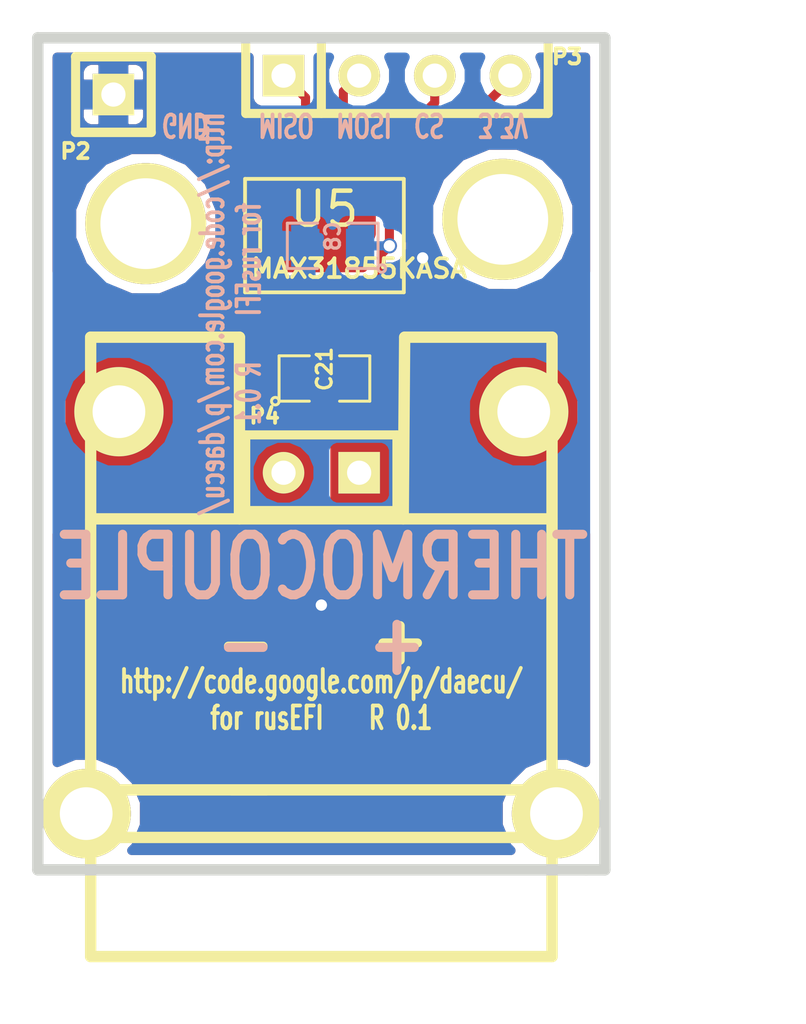
<source format=kicad_pcb>
(kicad_pcb (version 3) (host pcbnew "(2013-07-07 BZR 4022)-stable")

  (general
    (links 17)
    (no_connects 0)
    (area 93.7768 56.5658 124.877288 94.6912)
    (thickness 1.6002)
    (drawings 15)
    (tracks 44)
    (zones 0)
    (modules 9)
    (nets 8)
  )

  (page A4)
  (layers
    (15 Front signal)
    (0 Back signal)
    (16 B.Adhes user)
    (17 F.Adhes user)
    (18 B.Paste user)
    (19 F.Paste user)
    (20 B.SilkS user)
    (21 F.SilkS user)
    (22 B.Mask user)
    (23 F.Mask user)
    (24 Dwgs.User user)
    (25 Cmts.User user)
    (26 Eco1.User user)
    (27 Eco2.User user)
    (28 Edge.Cuts user)
  )

  (setup
    (last_trace_width 0.3048)
    (user_trace_width 0.381)
    (user_trace_width 0.508)
    (user_trace_width 0.635)
    (user_trace_width 1.016)
    (trace_clearance 0.3048)
    (zone_clearance 0.3048)
    (zone_45_only no)
    (trace_min 0.00762)
    (segment_width 0.381)
    (edge_width 0.381)
    (via_size 0.508)
    (via_drill 0.381)
    (via_min_size 0.02032)
    (via_min_drill 0.381)
    (user_via 1.00076 0.89916)
    (uvia_size 0.508)
    (uvia_drill 0.127)
    (uvias_allowed no)
    (uvia_min_size 0.02032)
    (uvia_min_drill 0.127)
    (pcb_text_width 0.3048)
    (pcb_text_size 1.524 2.032)
    (mod_edge_width 0.254)
    (mod_text_size 1.524 1.524)
    (mod_text_width 0.3048)
    (pad_size 0.635 1.143)
    (pad_drill 0)
    (pad_to_mask_clearance 0.254)
    (aux_axis_origin 0 0)
    (visible_elements 7FFFFF3F)
    (pcbplotparams
      (layerselection 284983297)
      (usegerberextensions true)
      (excludeedgelayer true)
      (linewidth 0.150000)
      (plotframeref false)
      (viasonmask false)
      (mode 1)
      (useauxorigin false)
      (hpglpennumber 1)
      (hpglpenspeed 20)
      (hpglpendiameter 15)
      (hpglpenoverlay 0)
      (psnegative false)
      (psa4output false)
      (plotreference true)
      (plotvalue false)
      (plotothertext false)
      (plotinvisibletext false)
      (padsonsilk false)
      (subtractmaskfromsilk false)
      (outputformat 1)
      (mirror false)
      (drillshape 0)
      (scaleselection 1)
      (outputdirectory thermocouple_gerbers))
  )

  (net 0 "")
  (net 1 //CS)
  (net 2 /MISO)
  (net 3 /SCK)
  (net 4 /TCPL+)
  (net 5 /TCPL-)
  (net 6 3.3v)
  (net 7 GND)

  (net_class Default "This is the default net class."
    (clearance 0.3048)
    (trace_width 0.3048)
    (via_dia 0.508)
    (via_drill 0.381)
    (uvia_dia 0.508)
    (uvia_drill 0.127)
    (add_net "")
    (add_net //CS)
    (add_net /MISO)
    (add_net /SCK)
    (add_net /TCPL+)
    (add_net /TCPL-)
    (add_net 3.3v)
    (add_net GND)
  )

  (module 1pin (layer Front) (tedit 4F629911) (tstamp 4F628E0D)
    (at 98.87712 65.29578)
    (descr "module 1 pin (ou trou mecanique de percage)")
    (tags DEV)
    (path /4F629521)
    (fp_text reference V802 (at 0 -3.048) (layer F.SilkS) hide
      (effects (font (size 1.016 1.016) (thickness 0.254)))
    )
    (fp_text value VIA (at 0 2.794) (layer F.SilkS) hide
      (effects (font (size 1.016 1.016) (thickness 0.254)))
    )
    (pad 1 thru_hole circle (at 0 0) (size 4.064 4.064) (drill 3.048)
      (layers *.Cu *.Mask F.SilkS)
    )
  )

  (module 1pin (layer Front) (tedit 4F629903) (tstamp 4F6280CB)
    (at 110.871 65.151)
    (descr "module 1 pin (ou trou mecanique de percage)")
    (tags DEV)
    (path /4F627FCA)
    (fp_text reference V801 (at 0 -3.048) (layer F.SilkS) hide
      (effects (font (size 1.016 1.016) (thickness 0.254)))
    )
    (fp_text value VIA (at 0 2.794) (layer F.SilkS) hide
      (effects (font (size 1.016 1.016) (thickness 0.254)))
    )
    (pad 1 thru_hole circle (at 0 0) (size 4.064 4.064) (drill 3.048)
      (layers *.Cu *.Mask F.SilkS)
    )
  )

  (module SO8E (layer Front) (tedit 4F661D77) (tstamp 4E47F42B)
    (at 104.87914 65.6971)
    (descr "module CMS SOJ 8 pins etroit")
    (tags "CMS SOJ")
    (path /4E13FF86)
    (attr smd)
    (fp_text reference U5 (at 0 -0.889) (layer F.SilkS)
      (effects (font (size 1.143 1.143) (thickness 0.1524)))
    )
    (fp_text value MAX31855KASA (at 1.16586 1.1049) (layer F.SilkS)
      (effects (font (size 0.635 0.635) (thickness 0.127)))
    )
    (fp_line (start -2.667 1.778) (end -2.667 1.905) (layer F.SilkS) (width 0.127))
    (fp_line (start -2.667 1.905) (end 2.667 1.905) (layer F.SilkS) (width 0.127))
    (fp_line (start 2.667 -1.905) (end -2.667 -1.905) (layer F.SilkS) (width 0.127))
    (fp_line (start -2.667 -1.905) (end -2.667 1.778) (layer F.SilkS) (width 0.127))
    (fp_line (start -2.667 -0.508) (end -2.159 -0.508) (layer F.SilkS) (width 0.127))
    (fp_line (start -2.159 -0.508) (end -2.159 0.508) (layer F.SilkS) (width 0.127))
    (fp_line (start -2.159 0.508) (end -2.667 0.508) (layer F.SilkS) (width 0.127))
    (fp_line (start 2.667 -1.905) (end 2.667 1.905) (layer F.SilkS) (width 0.127))
    (pad 8 smd rect (at -1.905 -2.667) (size 0.508 1.143)
      (layers Front F.Paste F.Mask)
    )
    (pad 1 smd rect (at -1.905 2.667) (size 0.508 1.143)
      (layers Front F.Paste F.Mask)
      (net 7 GND)
    )
    (pad 7 smd rect (at -0.635 -2.667) (size 0.508 1.143)
      (layers Front F.Paste F.Mask)
      (net 2 /MISO)
    )
    (pad 6 smd rect (at 0.635 -2.667) (size 0.508 1.143)
      (layers Front F.Paste F.Mask)
      (net 1 //CS)
    )
    (pad 5 smd rect (at 1.905 -2.667) (size 0.508 1.143)
      (layers Front F.Paste F.Mask)
      (net 3 /SCK)
    )
    (pad 2 smd rect (at -0.635 2.667) (size 0.508 1.143)
      (layers Front F.Paste F.Mask)
      (net 5 /TCPL-)
    )
    (pad 3 smd rect (at 0.635 2.667) (size 0.508 1.143)
      (layers Front F.Paste F.Mask)
      (net 4 /TCPL+)
    )
    (pad 4 smd rect (at 1.905 2.667) (size 0.508 1.143)
      (layers Front F.Paste F.Mask)
      (net 6 3.3v)
    )
    (model 3D/so-8.wrl
      (at (xyz 0 0 0))
      (scale (xyz 1 1 1))
      (rotate (xyz 0 0 0))
    )
  )

  (module tcpl_PCC-SMP (layer Front) (tedit 535A1C3C) (tstamp 535A19ED)
    (at 104.775 78.359 270)
    (path /535A15DB)
    (fp_text reference P1 (at -1.778 9.779 270) (layer F.SilkS) hide
      (effects (font (size 1.524 1.524) (thickness 0.3048)))
    )
    (fp_text value CONN_2 (at -1.5748 4.699 360) (layer F.SilkS) hide
      (effects (font (size 1.524 1.524) (thickness 0.3048)))
    )
    (fp_text user - (at 1.016 2.54 360) (layer F.SilkS)
      (effects (font (size 1.524 1.524) (thickness 0.3048)))
    )
    (fp_text user + (at 1.016 -2.54 270) (layer F.SilkS)
      (effects (font (size 1.524 1.524) (thickness 0.3048)))
    )
    (fp_line (start -3.0988 7.74954) (end -9.25068 7.74954) (layer F.SilkS) (width 0.381))
    (fp_line (start -9.25068 7.74954) (end -9.25068 2.75082) (layer F.SilkS) (width 0.381))
    (fp_line (start -9.25068 2.75082) (end -3.1496 2.75082) (layer F.SilkS) (width 0.381))
    (fp_line (start -3.1496 -2.75082) (end -9.25068 -2.79908) (layer F.SilkS) (width 0.381))
    (fp_line (start -9.25068 -2.79908) (end -9.25068 -7.74954) (layer F.SilkS) (width 0.381))
    (fp_line (start -9.25068 -7.74954) (end -3.1496 -7.74954) (layer F.SilkS) (width 0.381))
    (fp_line (start 5.95122 7.74954) (end 5.95122 -7.74954) (layer F.SilkS) (width 0.381))
    (fp_line (start 7.54888 -7.74954) (end 7.54888 7.74954) (layer F.SilkS) (width 0.381))
    (fp_line (start -3.1496 -7.74954) (end 11.54938 -7.74954) (layer F.SilkS) (width 0.381))
    (fp_line (start -3.1496 7.74954) (end -3.1496 -7.74954) (layer F.SilkS) (width 0.381))
    (fp_line (start 11.54938 7.74954) (end -3.1496 7.74954) (layer F.SilkS) (width 0.381))
    (fp_line (start 11.54938 -7.74954) (end 11.54938 7.74954) (layer F.SilkS) (width 0.381))
    (pad M thru_hole circle (at 6.74878 -7.8994 270) (size 2.99974 2.99974) (drill 1.77038)
      (layers *.Cu *.Mask F.SilkS)
    )
    (pad M thru_hole circle (at 6.74878 7.8994 270) (size 2.99974 2.99974) (drill 1.77038)
      (layers *.Cu *.Mask F.SilkS)
    )
    (pad 2 thru_hole circle (at -6.74878 -6.79958 270) (size 2.99974 2.99974) (drill 1.77038)
      (layers *.Cu *.Mask F.SilkS)
      (net 4 /TCPL+)
    )
    (pad 1 thru_hole circle (at -6.74878 6.79958 270) (size 2.99974 2.99974) (drill 1.77038)
      (layers *.Cu *.Mask F.SilkS)
      (net 5 /TCPL-)
    )
    (model 3D/TCPL_CONNECTOR_PCC-SMP.wrl
      (at (xyz 0.46 0.315 -0.17))
      (scale (xyz 10 10 10))
      (rotate (xyz 0 0 180))
    )
  )

  (module SIL-4 (layer Front) (tedit 535A1D77) (tstamp 4F67B26C)
    (at 107.315 60.325)
    (descr "Connecteur 4 pibs")
    (tags "CONN DEV")
    (path /535A166C)
    (fp_text reference P3 (at 5.715 -0.635) (layer F.SilkS)
      (effects (font (size 0.508 0.508) (thickness 0.127)))
    )
    (fp_text value CONN_4 (at 0 -2.54) (layer F.SilkS) hide
      (effects (font (size 1.524 1.016) (thickness 0.3048)))
    )
    (fp_line (start -5.08 -1.27) (end -5.08 -1.27) (layer F.SilkS) (width 0.3048))
    (fp_line (start -5.08 1.27) (end -5.08 -1.27) (layer F.SilkS) (width 0.3048))
    (fp_line (start -5.08 -1.27) (end -5.08 -1.27) (layer F.SilkS) (width 0.3048))
    (fp_line (start -5.08 -1.27) (end 5.08 -1.27) (layer F.SilkS) (width 0.3048))
    (fp_line (start 5.08 -1.27) (end 5.08 1.27) (layer F.SilkS) (width 0.3048))
    (fp_line (start 5.08 1.27) (end -5.08 1.27) (layer F.SilkS) (width 0.3048))
    (fp_line (start -2.54 1.27) (end -2.54 -1.27) (layer F.SilkS) (width 0.3048))
    (pad 1 thru_hole rect (at -3.81 0) (size 1.397 1.397) (drill 0.8128)
      (layers *.Cu *.Mask F.SilkS)
      (net 2 /MISO)
    )
    (pad 2 thru_hole circle (at -1.27 0) (size 1.397 1.397) (drill 0.8128)
      (layers *.Cu *.Mask F.SilkS)
      (net 1 //CS)
    )
    (pad 3 thru_hole circle (at 1.27 0) (size 1.397 1.397) (drill 0.8128)
      (layers *.Cu *.Mask F.SilkS)
      (net 3 /SCK)
    )
    (pad 4 thru_hole circle (at 3.81 0) (size 1.397 1.397) (drill 0.8128)
      (layers *.Cu *.Mask F.SilkS)
      (net 6 3.3v)
    )
  )

  (module SIL-1 (layer Front) (tedit 535A1D7C) (tstamp 4F5CF533)
    (at 97.79 60.96 180)
    (descr "Connecteurs 1 pin")
    (tags "CONN DEV")
    (path /535A1737)
    (fp_text reference P2 (at 1.27 -1.905 180) (layer F.SilkS)
      (effects (font (size 0.508 0.508) (thickness 0.127)))
    )
    (fp_text value CONN_1 (at 0 -2.54 180) (layer F.SilkS) hide
      (effects (font (size 1.524 1.016) (thickness 0.254)))
    )
    (fp_line (start -1.27 1.27) (end 1.27 1.27) (layer F.SilkS) (width 0.3175))
    (fp_line (start -1.27 -1.27) (end 1.27 -1.27) (layer F.SilkS) (width 0.3175))
    (fp_line (start -1.27 1.27) (end -1.27 -1.27) (layer F.SilkS) (width 0.3048))
    (fp_line (start 1.27 -1.27) (end 1.27 1.27) (layer F.SilkS) (width 0.3048))
    (pad 1 thru_hole rect (at 0 0 180) (size 1.397 1.397) (drill 0.8128)
      (layers *.Cu *.Mask F.SilkS)
      (net 7 GND)
    )
  )

  (module SIL-2 (layer Front) (tedit 535A1CFD) (tstamp 535A1BB9)
    (at 104.775 73.66 180)
    (descr "Connecteurs 2 pins")
    (tags "CONN DEV")
    (path /535A1B1D)
    (fp_text reference P4 (at 1.905 1.905 180) (layer F.SilkS)
      (effects (font (size 0.508 0.508) (thickness 0.127)))
    )
    (fp_text value CONN_2 (at 0 -2.54 180) (layer F.SilkS) hide
      (effects (font (size 1.524 1.016) (thickness 0.3048)))
    )
    (fp_line (start -2.54 1.27) (end -2.54 -1.27) (layer F.SilkS) (width 0.3048))
    (fp_line (start -2.54 -1.27) (end 2.54 -1.27) (layer F.SilkS) (width 0.3048))
    (fp_line (start 2.54 -1.27) (end 2.54 1.27) (layer F.SilkS) (width 0.3048))
    (fp_line (start 2.54 1.27) (end -2.54 1.27) (layer F.SilkS) (width 0.3048))
    (pad 1 thru_hole rect (at -1.27 0 180) (size 1.397 1.397) (drill 0.8128)
      (layers *.Cu *.Mask F.SilkS)
      (net 4 /TCPL+)
    )
    (pad 2 thru_hole circle (at 1.27 0 180) (size 1.397 1.397) (drill 0.8128)
      (layers *.Cu *.Mask F.SilkS)
      (net 5 /TCPL-)
    )
  )

  (module SM0805-SM0603 (layer Back) (tedit 5385AAA6) (tstamp 4E47F455)
    (at 105.156 66.04 180)
    (path /4E13FFE2)
    (attr smd)
    (fp_text reference C8 (at 0 0.3175 450) (layer B.SilkS)
      (effects (font (size 0.50038 0.50038) (thickness 0.10922)) (justify mirror))
    )
    (fp_text value 100nF (at 0 -0.381 180) (layer B.SilkS) hide
      (effects (font (size 0.50038 0.50038) (thickness 0.10922)) (justify mirror))
    )
    (fp_circle (center -1.651 -0.762) (end -1.651 -0.635) (layer B.SilkS) (width 0.09906))
    (fp_line (start -0.508 -0.762) (end -1.524 -0.762) (layer B.SilkS) (width 0.09906))
    (fp_line (start -1.524 -0.762) (end -1.524 0.762) (layer B.SilkS) (width 0.09906))
    (fp_line (start -1.524 0.762) (end -0.508 0.762) (layer B.SilkS) (width 0.09906))
    (fp_line (start 0.508 0.762) (end 1.524 0.762) (layer B.SilkS) (width 0.09906))
    (fp_line (start 1.524 0.762) (end 1.524 -0.762) (layer B.SilkS) (width 0.09906))
    (fp_line (start 1.524 -0.762) (end 0.508 -0.762) (layer B.SilkS) (width 0.09906))
    (pad 1 smd rect (at -0.9525 0 180) (size 0.889 1.397)
      (layers Back B.Paste B.Mask)
      (net 6 3.3v)
    )
    (pad 2 smd rect (at 0.9525 0 180) (size 0.889 1.397)
      (layers Back B.Paste B.Mask)
      (net 7 GND)
    )
    (pad 1 smd rect (at -0.762 0 180) (size 0.635 1.143)
      (layers Back B.Paste B.Mask)
      (net 6 3.3v)
    )
    (pad 2 smd rect (at 0.762 0 180) (size 0.635 1.143)
      (layers Back B.Paste B.Mask)
      (net 7 GND)
    )
    (model smd/chip_cms.wrl
      (at (xyz 0 0 0))
      (scale (xyz 0.1 0.1 0.1))
      (rotate (xyz 0 0 0))
    )
  )

  (module SM0805-SM0603 (layer Front) (tedit 5385AAA6) (tstamp 4E4C6BB1)
    (at 104.87914 70.49516)
    (path /4E4C6B54)
    (attr smd)
    (fp_text reference C21 (at 0 -0.3175 90) (layer F.SilkS)
      (effects (font (size 0.50038 0.50038) (thickness 0.10922)))
    )
    (fp_text value 10nF (at 0 0.381) (layer F.SilkS) hide
      (effects (font (size 0.50038 0.50038) (thickness 0.10922)))
    )
    (fp_circle (center -1.651 0.762) (end -1.651 0.635) (layer F.SilkS) (width 0.09906))
    (fp_line (start -0.508 0.762) (end -1.524 0.762) (layer F.SilkS) (width 0.09906))
    (fp_line (start -1.524 0.762) (end -1.524 -0.762) (layer F.SilkS) (width 0.09906))
    (fp_line (start -1.524 -0.762) (end -0.508 -0.762) (layer F.SilkS) (width 0.09906))
    (fp_line (start 0.508 -0.762) (end 1.524 -0.762) (layer F.SilkS) (width 0.09906))
    (fp_line (start 1.524 -0.762) (end 1.524 0.762) (layer F.SilkS) (width 0.09906))
    (fp_line (start 1.524 0.762) (end 0.508 0.762) (layer F.SilkS) (width 0.09906))
    (pad 1 smd rect (at -0.9525 0) (size 0.889 1.397)
      (layers Front F.Paste F.Mask)
      (net 5 /TCPL-)
    )
    (pad 2 smd rect (at 0.9525 0) (size 0.889 1.397)
      (layers Front F.Paste F.Mask)
      (net 4 /TCPL+)
    )
    (pad 1 smd rect (at -0.762 0) (size 0.635 1.143)
      (layers Front F.Paste F.Mask)
      (net 5 /TCPL-)
    )
    (pad 2 smd rect (at 0.762 0) (size 0.635 1.143)
      (layers Front F.Paste F.Mask)
      (net 4 /TCPL+)
    )
    (model smd/chip_cms.wrl
      (at (xyz 0 0 0))
      (scale (xyz 0.1 0.1 0.1))
      (rotate (xyz 0 0 0))
    )
  )

  (gr_text "http://code.google.com/p/daecu/\nfor rusEFI    R 0.1" (at 104.775 81.28) (layer F.SilkS)
    (effects (font (size 0.762 0.508) (thickness 0.127)))
  )
  (gr_text "http://code.google.com/p/daecu/\nfor rusEFI    R 0.1" (at 101.727 68.326 90) (layer B.SilkS)
    (effects (font (size 0.762 0.508) (thickness 0.127)) (justify mirror))
  )
  (gr_text "MISO  MOSI  CS   3.3V" (at 107.188 61.976 180) (layer B.SilkS)
    (effects (font (size 0.762 0.508) (thickness 0.127)) (justify mirror))
  )
  (gr_text GND (at 100.203 61.976 180) (layer B.SilkS)
    (effects (font (size 0.762 0.508) (thickness 0.127)) (justify mirror))
  )
  (dimension 19.05 (width 0.3048) (layer Cmts.User)
    (gr_text "0.7500 in" (at 104.775 93.065599) (layer Cmts.User)
      (effects (font (size 2.032 1.524) (thickness 0.3048)))
    )
    (feature1 (pts (xy 114.3 88.9) (xy 114.3 94.691199)))
    (feature2 (pts (xy 95.25 88.9) (xy 95.25 94.691199)))
    (crossbar (pts (xy 95.25 91.439999) (xy 114.3 91.439999)))
    (arrow1a (pts (xy 114.3 91.439999) (xy 113.173497 92.026419)))
    (arrow1b (pts (xy 114.3 91.439999) (xy 113.173497 90.853579)))
    (arrow2a (pts (xy 95.25 91.439999) (xy 96.376503 92.026419)))
    (arrow2b (pts (xy 95.25 91.439999) (xy 96.376503 90.853579)))
  )
  (dimension 27.94 (width 0.3048) (layer Cmts.User)
    (gr_text "1.1000 in" (at 119.1006 73.025 90) (layer Cmts.User)
      (effects (font (size 2.032 1.524) (thickness 0.3048)))
    )
    (feature1 (pts (xy 116.205 59.055) (xy 120.7262 59.055)))
    (feature2 (pts (xy 116.205 86.995) (xy 120.7262 86.995)))
    (crossbar (pts (xy 117.475 86.995) (xy 117.475 59.055)))
    (arrow1a (pts (xy 117.475 59.055) (xy 118.06142 60.181503)))
    (arrow1b (pts (xy 117.475 59.055) (xy 116.88858 60.181503)))
    (arrow2a (pts (xy 117.475 86.995) (xy 118.06142 85.868497)))
    (arrow2b (pts (xy 117.475 86.995) (xy 116.88858 85.868497)))
  )
  (gr_line (start 114.3 86.995) (end 113.665 86.995) (angle 90) (layer Edge.Cuts) (width 0.381))
  (gr_line (start 114.3 59.055) (end 114.3 86.995) (angle 90) (layer Edge.Cuts) (width 0.381))
  (gr_line (start 95.25 59.055) (end 114.3 59.055) (angle 90) (layer Edge.Cuts) (width 0.381))
  (gr_line (start 95.25 86.995) (end 95.25 59.055) (angle 90) (layer Edge.Cuts) (width 0.381))
  (gr_line (start 113.665 86.995) (end 95.25 86.995) (angle 90) (layer Edge.Cuts) (width 0.381))
  (gr_text + (at 107.315 79.375) (layer B.SilkS)
    (effects (font (size 2.032 1.524) (thickness 0.3048)))
  )
  (gr_text - (at 102.235 79.375) (layer B.SilkS)
    (effects (font (size 2.032 1.524) (thickness 0.3048)))
  )
  (gr_text THERMOCOUPLE (at 104.775 76.835) (layer B.SilkS)
    (effects (font (size 2.032 1.524) (thickness 0.3048)) (justify mirror))
  )
  (gr_text - (at 102.34422 84.19592) (layer F.SilkS)
    (effects (font (size 2.032 1.524) (thickness 0.3048)))
  )

  (segment (start 105.51414 63.0301) (end 105.51414 60.85586) (width 0.3048) (layer Front) (net 1))
  (segment (start 105.51414 60.85586) (end 106.045 60.325) (width 0.3048) (layer Front) (net 1) (tstamp 535A1F73))
  (segment (start 104.24414 63.0301) (end 104.24414 61.06414) (width 0.3048) (layer Front) (net 2))
  (segment (start 104.24414 61.06414) (end 103.505 60.325) (width 0.3048) (layer Front) (net 2) (tstamp 535A1F6E))
  (segment (start 104.24414 62.63386) (end 104.24414 63.0301) (width 0.2032) (layer Front) (net 2))
  (segment (start 108.585 60.325) (end 108.585 61.22924) (width 0.3048) (layer Front) (net 3))
  (segment (start 108.585 61.22924) (end 106.78414 63.0301) (width 0.3048) (layer Front) (net 3) (tstamp 535A1F78))
  (segment (start 105.51414 68.3641) (end 105.51414 73.12914) (width 0.2032) (layer Front) (net 4))
  (segment (start 105.51414 73.12914) (end 106.045 73.66) (width 0.2032) (layer Front) (net 4) (tstamp 535A1D16))
  (segment (start 105.51414 68.3641) (end 105.51414 70.36816) (width 0.508) (layer Front) (net 4))
  (segment (start 105.51414 70.36816) (end 105.64114 70.49516) (width 0.508) (layer Front) (net 4))
  (segment (start 105.64114 70.49516) (end 110.45952 70.49516) (width 0.508) (layer Front) (net 4))
  (segment (start 110.45952 70.49516) (end 111.57458 71.61022) (width 0.508) (layer Front) (net 4))
  (segment (start 99.09048 70.49516) (end 97.97542 71.61022) (width 0.508) (layer Front) (net 5))
  (segment (start 104.11714 70.49516) (end 99.09048 70.49516) (width 0.508) (layer Front) (net 5))
  (segment (start 104.24414 70.36816) (end 104.11714 70.49516) (width 0.508) (layer Front) (net 5))
  (segment (start 104.24414 68.3641) (end 104.24414 70.36816) (width 0.508) (layer Front) (net 5))
  (segment (start 104.24414 68.3641) (end 104.24414 72.92086) (width 0.2032) (layer Front) (net 5))
  (segment (start 104.24414 72.92086) (end 103.505 73.66) (width 0.2032) (layer Front) (net 5) (tstamp 535A1D0E))
  (segment (start 106.1085 66.04) (end 107.061 66.04) (width 0.3048) (layer Back) (net 6))
  (via (at 107.061 66.04) (size 0.508) (layers Front Back) (net 6))
  (segment (start 107.061 66.04) (end 107.061 64.516) (width 0.3048) (layer Front) (net 6))
  (segment (start 111.125 60.452) (end 111.125 60.325) (width 0.3048) (layer Front) (net 6) (tstamp 535A2433))
  (segment (start 107.061 64.516) (end 111.125 60.452) (width 0.3048) (layer Front) (net 6) (tstamp 535A2425))
  (segment (start 106.78414 68.3641) (end 106.78414 66.31686) (width 0.3048) (layer Front) (net 6))
  (segment (start 106.78414 66.31686) (end 107.061 66.04) (width 0.3048) (layer Front) (net 6) (tstamp 535A20D0))
  (segment (start 107.3658 64.9224) (end 107.3404 64.9224) (width 0.3048) (layer Back) (net 7))
  (segment (start 107.3658 64.9224) (end 108.1786 65.7352) (width 0.3048) (layer Back) (net 7) (tstamp 535A240D))
  (segment (start 108.1786 65.7352) (end 108.1786 66.4464) (width 0.3048) (layer Back) (net 7) (tstamp 535A2411))
  (via (at 108.1786 66.4464) (size 0.508) (layers Front Back) (net 7))
  (segment (start 108.1024 66.3702) (end 108.1786 66.4464) (width 0.3048) (layer Front) (net 7) (tstamp 535A241A))
  (segment (start 104.2035 65.2145) (end 104.2035 66.04) (width 0.3048) (layer Back) (net 7) (tstamp 53863438))
  (segment (start 104.648 64.77) (end 104.2035 65.2145) (width 0.3048) (layer Back) (net 7) (tstamp 53863437))
  (segment (start 107.188 64.77) (end 104.648 64.77) (width 0.3048) (layer Back) (net 7) (tstamp 53863436))
  (segment (start 107.3404 64.9224) (end 107.188 64.77) (width 0.3048) (layer Back) (net 7) (tstamp 53863435))
  (segment (start 104.2035 66.04) (end 104.2035 69.1515) (width 0.3048) (layer Back) (net 7))
  (via (at 104.775 78.105) (size 0.508) (layers Front Back) (net 7))
  (segment (start 102.87 78.105) (end 104.775 78.105) (width 0.3048) (layer Back) (net 7) (tstamp 535A2577))
  (segment (start 100.965 76.2) (end 102.87 78.105) (width 0.3048) (layer Back) (net 7) (tstamp 535A2575))
  (segment (start 100.965 72.39) (end 100.965 76.2) (width 0.3048) (layer Back) (net 7) (tstamp 535A2571))
  (segment (start 104.2035 69.1515) (end 100.965 72.39) (width 0.3048) (layer Back) (net 7) (tstamp 53863432))
  (segment (start 102.97414 68.3641) (end 102.97414 65.12814) (width 0.3048) (layer Front) (net 7))
  (segment (start 98.806 60.96) (end 97.79 60.96) (width 0.3048) (layer Front) (net 7) (tstamp 535A20DA))
  (segment (start 102.97414 65.12814) (end 98.806 60.96) (width 0.3048) (layer Front) (net 7) (tstamp 535A20D6))

  (zone (net 4) (net_name /TCPL+) (layer Front) (tstamp 535A2568) (hatch edge 0.508)
    (connect_pads yes (clearance 0.2032))
    (min_thickness 0.254)
    (fill (arc_segments 16) (thermal_gap 0.508) (thermal_bridge_width 0.508) (smoothing fillet) (radius 0.508))
    (polygon
      (pts
        (xy 113.37798 75.29576) (xy 113.37798 67.39636) (xy 105.07726 67.39636) (xy 105.07726 75.29576)
      )
    )
    (filled_polygon
      (pts
        (xy 113.25098 74.775252) (xy 113.21968 74.93261) (xy 113.137628 75.055408) (xy 113.01483 75.13746) (xy 112.857472 75.16876)
        (xy 105.597768 75.16876) (xy 105.44041 75.13746) (xy 105.317612 75.055408) (xy 105.23556 74.93261) (xy 105.20426 74.775252)
        (xy 105.20426 67.916868) (xy 105.23556 67.75951) (xy 105.317612 67.636712) (xy 105.44041 67.55466) (xy 105.597768 67.52336)
        (xy 106.18866 67.52336) (xy 106.164292 67.547686) (xy 106.098416 67.706333) (xy 106.098266 67.878113) (xy 106.098266 69.021113)
        (xy 106.163865 69.179875) (xy 106.285226 69.301448) (xy 106.443873 69.367324) (xy 106.615653 69.367474) (xy 107.123653 69.367474)
        (xy 107.282415 69.301875) (xy 107.403988 69.180514) (xy 107.469864 69.021867) (xy 107.470014 68.850087) (xy 107.470014 67.707087)
        (xy 107.404415 67.548325) (xy 107.379493 67.52336) (xy 110.159591 67.52336) (xy 110.37877 67.614371) (xy 111.35893 67.615226)
        (xy 111.581262 67.52336) (xy 112.857472 67.52336) (xy 113.01483 67.55466) (xy 113.137628 67.636712) (xy 113.21968 67.75951)
        (xy 113.25098 67.916868) (xy 113.25098 74.775252)
      )
    )
  )
  (zone (net 5) (net_name /TCPL-) (layer Front) (tstamp 535A2567) (hatch edge 0.508)
    (connect_pads yes (clearance 0.2032))
    (min_thickness 0.254)
    (fill (arc_segments 16) (thermal_gap 0.508) (thermal_bridge_width 0.508) (smoothing fillet) (radius 0.508))
    (polygon
      (pts
        (xy 104.67848 75.29576) (xy 104.67848 67.39636) (xy 96.1771 67.39636) (xy 96.1771 75.29576)
      )
    )
    (filled_polygon
      (pts
        (xy 104.55148 74.775252) (xy 104.52018 74.93261) (xy 104.438128 75.055408) (xy 104.31533 75.13746) (xy 104.157972 75.16876)
        (xy 96.697608 75.16876) (xy 96.54025 75.13746) (xy 96.417452 75.055408) (xy 96.3354 74.93261) (xy 96.3041 74.775252)
        (xy 96.3041 67.916868) (xy 96.3354 67.75951) (xy 96.417452 67.636712) (xy 96.54025 67.55466) (xy 96.697608 67.52336)
        (xy 97.817043 67.52336) (xy 98.38489 67.759151) (xy 99.36505 67.760006) (xy 99.937776 67.52336) (xy 102.37866 67.52336)
        (xy 102.354292 67.547686) (xy 102.288416 67.706333) (xy 102.288266 67.878113) (xy 102.288266 69.021113) (xy 102.353865 69.179875)
        (xy 102.475226 69.301448) (xy 102.633873 69.367324) (xy 102.805653 69.367474) (xy 103.313653 69.367474) (xy 103.472415 69.301875)
        (xy 103.593988 69.180514) (xy 103.659864 69.021867) (xy 103.660014 68.850087) (xy 103.660014 67.707087) (xy 103.594415 67.548325)
        (xy 103.569493 67.52336) (xy 104.157972 67.52336) (xy 104.31533 67.55466) (xy 104.438128 67.636712) (xy 104.52018 67.75951)
        (xy 104.55148 67.916868) (xy 104.55148 74.775252)
      )
    )
  )
  (zone (net 7) (net_name GND) (layer Back) (tstamp 535A2566) (hatch edge 0.508)
    (connect_pads (clearance 0.3048))
    (min_thickness 0.3048)
    (fill (arc_segments 16) (thermal_gap 0.3) (thermal_bridge_width 1.38176) (smoothing fillet) (radius 0.508))
    (polygon
      (pts
        (xy 114.935 58.42) (xy 94.615 58.42) (xy 94.615 87.63) (xy 114.935 87.63)
      )
    )
    (filled_polygon
      (pts
        (xy 113.6523 83.394755) (xy 113.531989 83.344797) (xy 113.531989 71.222643) (xy 113.360631 70.807925) (xy 113.360631 64.65804)
        (xy 112.982471 63.742824) (xy 112.282859 63.04199) (xy 111.368305 62.662233) (xy 110.37804 62.661369) (xy 109.462824 63.039529)
        (xy 108.76199 63.739141) (xy 108.382233 64.653695) (xy 108.381369 65.64396) (xy 108.759529 66.559176) (xy 109.459141 67.26001)
        (xy 110.373695 67.639767) (xy 111.36396 67.640631) (xy 112.279176 67.262471) (xy 112.98001 66.562859) (xy 113.359767 65.648305)
        (xy 113.360631 64.65804) (xy 113.360631 70.807925) (xy 113.23467 70.503077) (xy 112.684618 69.952064) (xy 111.965573 69.653491)
        (xy 111.187003 69.652811) (xy 110.467437 69.95013) (xy 109.916424 70.500182) (xy 109.617851 71.219227) (xy 109.617171 71.997797)
        (xy 109.91449 72.717363) (xy 110.464542 73.268376) (xy 111.183587 73.566949) (xy 111.962157 73.567629) (xy 112.681723 73.27031)
        (xy 113.232736 72.720258) (xy 113.531309 72.001213) (xy 113.531989 71.222643) (xy 113.531989 83.344797) (xy 113.065393 83.151051)
        (xy 112.286823 83.150371) (xy 111.567257 83.44769) (xy 111.016244 83.997742) (xy 110.717671 84.716787) (xy 110.716991 85.495357)
        (xy 111.01431 86.214923) (xy 111.146456 86.3473) (xy 107.772323 86.3473) (xy 107.772323 65.899154) (xy 107.664277 65.637664)
        (xy 107.464388 65.437426) (xy 107.203087 65.328924) (xy 107.010279 65.328755) (xy 107.010279 65.250956) (xy 106.940821 65.082855)
        (xy 106.812321 64.954131) (xy 106.644341 64.88438) (xy 106.462456 64.884221) (xy 105.573456 64.884221) (xy 105.405355 64.953679)
        (xy 105.276631 65.082179) (xy 105.231517 65.190824) (xy 105.213131 65.209179) (xy 105.153401 65.353024) (xy 105.094802 65.211902)
        (xy 105.076416 65.193548) (xy 105.031302 65.084902) (xy 104.903929 64.957751) (xy 104.737593 64.889022) (xy 104.53885 64.8891)
        (xy 104.42575 65.0022) (xy 104.42575 65.69075) (xy 104.55275 65.69075) (xy 104.55275 65.75425) (xy 104.7115 65.75425)
        (xy 104.7115 66.32575) (xy 104.55275 66.32575) (xy 104.55275 66.38925) (xy 104.42575 66.38925) (xy 104.42575 67.0778)
        (xy 104.53885 67.1909) (xy 104.737593 67.190978) (xy 104.903929 67.122249) (xy 105.031302 66.995098) (xy 105.076416 66.886451)
        (xy 105.094802 66.868098) (xy 105.153462 66.726829) (xy 105.212679 66.870145) (xy 105.231489 66.888988) (xy 105.276179 66.997145)
        (xy 105.404679 67.125869) (xy 105.572659 67.19562) (xy 105.754544 67.195779) (xy 106.643544 67.195779) (xy 106.811645 67.126321)
        (xy 106.940369 66.997821) (xy 107.01012 66.829841) (xy 107.010188 66.751155) (xy 107.201846 66.751323) (xy 107.463336 66.643277)
        (xy 107.663574 66.443388) (xy 107.772076 66.182087) (xy 107.772323 65.899154) (xy 107.772323 86.3473) (xy 107.200779 86.3473)
        (xy 107.200779 74.267956) (xy 107.200779 72.870956) (xy 107.131321 72.702855) (xy 107.002821 72.574131) (xy 106.834841 72.50438)
        (xy 106.652956 72.504221) (xy 105.255956 72.504221) (xy 105.087855 72.573679) (xy 104.959131 72.702179) (xy 104.88938 72.870159)
        (xy 104.889221 73.052044) (xy 104.889221 74.449044) (xy 104.958679 74.617145) (xy 105.087179 74.745869) (xy 105.255159 74.81562)
        (xy 105.437044 74.815779) (xy 106.834044 74.815779) (xy 107.002145 74.746321) (xy 107.130869 74.617821) (xy 107.20062 74.449841)
        (xy 107.200779 74.267956) (xy 107.200779 86.3473) (xy 104.6609 86.3473) (xy 104.6609 73.431126) (xy 104.485326 73.006204)
        (xy 104.23525 72.755691) (xy 104.23525 66.9508) (xy 104.23525 66.32575) (xy 104.23525 65.75425) (xy 104.23525 65.1292)
        (xy 104.12215 65.0161) (xy 103.986907 65.016022) (xy 103.98125 65.018359) (xy 103.98125 65.0022) (xy 103.86815 64.8891)
        (xy 103.669407 64.889022) (xy 103.503071 64.957751) (xy 103.375698 65.084902) (xy 103.306679 65.251117) (xy 103.306522 65.431093)
        (xy 103.3066 65.57765) (xy 103.4197 65.69075) (xy 103.6737 65.69075) (xy 103.7372 65.75425) (xy 104.23525 65.75425)
        (xy 104.23525 66.32575) (xy 103.7372 66.32575) (xy 103.6737 66.38925) (xy 103.4197 66.38925) (xy 103.3066 66.50235)
        (xy 103.306522 66.648907) (xy 103.306679 66.828883) (xy 103.375698 66.995098) (xy 103.503071 67.122249) (xy 103.669407 67.190978)
        (xy 103.86815 67.1909) (xy 103.98125 67.0778) (xy 103.98125 67.06164) (xy 103.986907 67.063978) (xy 104.12215 67.0639)
        (xy 104.23525 66.9508) (xy 104.23525 72.755691) (xy 104.160506 72.680817) (xy 103.735891 72.504502) (xy 103.276126 72.5041)
        (xy 102.851204 72.679674) (xy 102.525817 73.004494) (xy 102.349502 73.429109) (xy 102.3491 73.888874) (xy 102.524674 74.313796)
        (xy 102.849494 74.639183) (xy 103.274109 74.815498) (xy 103.733874 74.8159) (xy 104.158796 74.640326) (xy 104.484183 74.315506)
        (xy 104.660498 73.890891) (xy 104.6609 73.431126) (xy 104.6609 86.3473) (xy 101.366751 86.3473) (xy 101.366751 64.80282)
        (xy 100.988591 63.887604) (xy 100.288979 63.18677) (xy 99.374425 62.807013) (xy 98.940978 62.806634) (xy 98.940978 61.568907)
        (xy 98.940978 60.351093) (xy 98.940821 60.171117) (xy 98.871802 60.004902) (xy 98.744429 59.877751) (xy 98.578093 59.809022)
        (xy 98.25235 59.8091) (xy 98.13925 59.9222) (xy 98.13925 60.61075) (xy 98.8278 60.61075) (xy 98.9409 60.49765)
        (xy 98.940978 60.351093) (xy 98.940978 61.568907) (xy 98.9409 61.42235) (xy 98.8278 61.30925) (xy 98.13925 61.30925)
        (xy 98.13925 61.9978) (xy 98.25235 62.1109) (xy 98.578093 62.110978) (xy 98.744429 62.042249) (xy 98.871802 61.915098)
        (xy 98.940821 61.748883) (xy 98.940978 61.568907) (xy 98.940978 62.806634) (xy 98.38416 62.806149) (xy 97.468944 63.184309)
        (xy 97.44075 63.212453) (xy 97.44075 61.9978) (xy 97.44075 61.30925) (xy 97.44075 60.61075) (xy 97.44075 59.9222)
        (xy 97.32765 59.8091) (xy 97.001907 59.809022) (xy 96.835571 59.877751) (xy 96.708198 60.004902) (xy 96.639179 60.171117)
        (xy 96.639022 60.351093) (xy 96.6391 60.49765) (xy 96.7522 60.61075) (xy 97.44075 60.61075) (xy 97.44075 61.30925)
        (xy 96.7522 61.30925) (xy 96.6391 61.42235) (xy 96.639022 61.568907) (xy 96.639179 61.748883) (xy 96.708198 61.915098)
        (xy 96.835571 62.042249) (xy 97.001907 62.110978) (xy 97.32765 62.1109) (xy 97.44075 61.9978) (xy 97.44075 63.212453)
        (xy 96.76811 63.883921) (xy 96.388353 64.798475) (xy 96.387489 65.78874) (xy 96.765649 66.703956) (xy 97.465261 67.40479)
        (xy 98.379815 67.784547) (xy 99.37008 67.785411) (xy 100.285296 67.407251) (xy 100.98613 66.707639) (xy 101.365887 65.793085)
        (xy 101.366751 64.80282) (xy 101.366751 86.3473) (xy 99.932829 86.3473) (xy 99.932829 71.222643) (xy 99.63551 70.503077)
        (xy 99.085458 69.952064) (xy 98.366413 69.653491) (xy 97.587843 69.652811) (xy 96.868277 69.95013) (xy 96.317264 70.500182)
        (xy 96.018691 71.219227) (xy 96.018011 71.997797) (xy 96.31533 72.717363) (xy 96.865382 73.268376) (xy 97.584427 73.566949)
        (xy 98.362997 73.567629) (xy 99.082563 73.27031) (xy 99.633576 72.720258) (xy 99.932149 72.001213) (xy 99.932829 71.222643)
        (xy 99.932829 86.3473) (xy 98.404047 86.3473) (xy 98.533756 86.217818) (xy 98.832329 85.498773) (xy 98.833009 84.720203)
        (xy 98.53569 84.000637) (xy 97.985638 83.449624) (xy 97.266593 83.151051) (xy 96.488023 83.150371) (xy 95.8977 83.394287)
        (xy 95.8977 59.7027) (xy 102.349233 59.7027) (xy 102.349221 59.717044) (xy 102.349221 61.114044) (xy 102.418679 61.282145)
        (xy 102.547179 61.410869) (xy 102.715159 61.48062) (xy 102.897044 61.480779) (xy 104.294044 61.480779) (xy 104.462145 61.411321)
        (xy 104.590869 61.282821) (xy 104.66062 61.114841) (xy 104.660779 60.932956) (xy 104.660779 59.7027) (xy 105.052028 59.7027)
        (xy 104.889502 60.094109) (xy 104.8891 60.553874) (xy 105.064674 60.978796) (xy 105.389494 61.304183) (xy 105.814109 61.480498)
        (xy 106.273874 61.4809) (xy 106.698796 61.305326) (xy 107.024183 60.980506) (xy 107.200498 60.555891) (xy 107.2009 60.096126)
        (xy 107.038339 59.7027) (xy 107.592028 59.7027) (xy 107.429502 60.094109) (xy 107.4291 60.553874) (xy 107.604674 60.978796)
        (xy 107.929494 61.304183) (xy 108.354109 61.480498) (xy 108.813874 61.4809) (xy 109.238796 61.305326) (xy 109.564183 60.980506)
        (xy 109.740498 60.555891) (xy 109.7409 60.096126) (xy 109.578339 59.7027) (xy 110.132028 59.7027) (xy 109.969502 60.094109)
        (xy 109.9691 60.553874) (xy 110.144674 60.978796) (xy 110.469494 61.304183) (xy 110.894109 61.480498) (xy 111.353874 61.4809)
        (xy 111.778796 61.305326) (xy 112.104183 60.980506) (xy 112.280498 60.555891) (xy 112.2809 60.096126) (xy 112.118339 59.7027)
        (xy 113.6523 59.7027) (xy 113.6523 83.394755)
      )
    )
  )
  (zone (net 7) (net_name GND) (layer Front) (tstamp 535A256C) (hatch edge 0.508)
    (connect_pads (clearance 0.3048))
    (min_thickness 0.3048)
    (fill (arc_segments 16) (thermal_gap 0.3) (thermal_bridge_width 1.38176) (smoothing fillet) (radius 0.508))
    (polygon
      (pts
        (xy 93.98 57.785) (xy 115.57 57.785) (xy 115.57 88.265) (xy 93.98 88.265)
      )
    )
    (polygon
      (pts        (xy 95.758 75.692) (xy 95.758 66.929) (xy 113.792 66.929) (xy 113.792 75.692)
      )
    )
    (filled_polygon
      (pts
        (xy 106.656016 64.058879) (xy 106.629948 64.084948) (xy 106.497803 64.282716) (xy 106.4514 64.516) (xy 106.4514 65.653532)
        (xy 106.356272 65.882623) (xy 106.353088 65.885808) (xy 106.220943 66.083576) (xy 106.17454 66.31686) (xy 106.17454 66.7766)
        (xy 100.917048 66.7766) (xy 100.98613 66.707639) (xy 101.365887 65.793085) (xy 101.366751 64.80282) (xy 100.988591 63.887604)
        (xy 100.288979 63.18677) (xy 99.374425 62.807013) (xy 98.940978 62.806634) (xy 98.940978 61.568907) (xy 98.940978 60.351093)
        (xy 98.940821 60.171117) (xy 98.871802 60.004902) (xy 98.744429 59.877751) (xy 98.578093 59.809022) (xy 98.25235 59.8091)
        (xy 98.13925 59.9222) (xy 98.13925 60.61075) (xy 98.8278 60.61075) (xy 98.9409 60.49765) (xy 98.940978 60.351093)
        (xy 98.940978 61.568907) (xy 98.9409 61.42235) (xy 98.8278 61.30925) (xy 98.13925 61.30925) (xy 98.13925 61.9978)
        (xy 98.25235 62.1109) (xy 98.578093 62.110978) (xy 98.744429 62.042249) (xy 98.871802 61.915098) (xy 98.940821 61.748883)
        (xy 98.940978 61.568907) (xy 98.940978 62.806634) (xy 98.38416 62.806149) (xy 97.468944 63.184309) (xy 97.44075 63.212453)
        (xy 97.44075 61.9978) (xy 97.44075 61.30925) (xy 97.44075 60.61075) (xy 97.44075 59.9222) (xy 97.32765 59.8091)
        (xy 97.001907 59.809022) (xy 96.835571 59.877751) (xy 96.708198 60.004902) (xy 96.639179 60.171117) (xy 96.639022 60.351093)
        (xy 96.6391 60.49765) (xy 96.7522 60.61075) (xy 97.44075 60.61075) (xy 97.44075 61.30925) (xy 96.7522 61.30925)
        (xy 96.6391 61.42235) (xy 96.639022 61.568907) (xy 96.639179 61.748883) (xy 96.708198 61.915098) (xy 96.835571 62.042249)
        (xy 97.001907 62.110978) (xy 97.32765 62.1109) (xy 97.44075 61.9978) (xy 97.44075 63.212453) (xy 96.76811 63.883921)
        (xy 96.388353 64.798475) (xy 96.387489 65.78874) (xy 96.765649 66.703956) (xy 96.838166 66.7766) (xy 96.25099 66.7766)
        (xy 96.012133 66.824111) (xy 95.8977 66.900573) (xy 95.8977 59.7027) (xy 102.349233 59.7027) (xy 102.349221 59.717044)
        (xy 102.349221 61.114044) (xy 102.418679 61.282145) (xy 102.547179 61.410869) (xy 102.715159 61.48062) (xy 102.897044 61.480779)
        (xy 103.63454 61.480779) (xy 103.63454 62.167565) (xy 103.609039 62.193021) (xy 103.487461 62.071231) (xy 103.319481 62.00148)
        (xy 103.137596 62.001321) (xy 102.629596 62.001321) (xy 102.461495 62.070779) (xy 102.332771 62.199279) (xy 102.26302 62.367259)
        (xy 102.262861 62.549144) (xy 102.262861 63.692144) (xy 102.332319 63.860245) (xy 102.460819 63.988969) (xy 102.628799 64.05872)
        (xy 102.810684 64.058879) (xy 103.318684 64.058879) (xy 103.486785 63.989421) (xy 103.60924 63.867178) (xy 103.730819 63.988969)
        (xy 103.898799 64.05872) (xy 104.080684 64.058879) (xy 104.588684 64.058879) (xy 104.756785 63.989421) (xy 104.87924 63.867178)
        (xy 105.000819 63.988969) (xy 105.168799 64.05872) (xy 105.350684 64.058879) (xy 105.858684 64.058879) (xy 106.026785 63.989421)
        (xy 106.14924 63.867178) (xy 106.270819 63.988969) (xy 106.438799 64.05872) (xy 106.620684 64.058879) (xy 106.656016 64.058879)
      )
    )
    (filled_polygon
      (pts
        (xy 113.6523 66.900573) (xy 113.537867 66.824111) (xy 113.29901 66.7766) (xy 112.765895 66.7766) (xy 112.98001 66.562859)
        (xy 113.359767 65.648305) (xy 113.360631 64.65804) (xy 112.982471 63.742824) (xy 112.282859 63.04199) (xy 111.368305 62.662233)
        (xy 110.37804 62.661369) (xy 109.462824 63.039529) (xy 108.76199 63.739141) (xy 108.382233 64.653695) (xy 108.381369 65.64396)
        (xy 108.759529 66.559176) (xy 108.976573 66.7766) (xy 107.39374 66.7766) (xy 107.39374 66.672033) (xy 107.463336 66.643277)
        (xy 107.663574 66.443388) (xy 107.772076 66.182087) (xy 107.772323 65.899154) (xy 107.6706 65.652966) (xy 107.6706 64.768504)
        (xy 110.95855 61.480554) (xy 111.353874 61.4809) (xy 111.778796 61.305326) (xy 112.104183 60.980506) (xy 112.280498 60.555891)
        (xy 112.2809 60.096126) (xy 112.118339 59.7027) (xy 113.6523 59.7027) (xy 113.6523 66.900573)
      )
    )
    (filled_polygon
      (pts
        (xy 113.6523 83.394755) (xy 113.065393 83.151051) (xy 112.286823 83.150371) (xy 111.567257 83.44769) (xy 111.016244 83.997742)
        (xy 110.717671 84.716787) (xy 110.716991 85.495357) (xy 111.01431 86.214923) (xy 111.146456 86.3473) (xy 98.404047 86.3473)
        (xy 98.533756 86.217818) (xy 98.832329 85.498773) (xy 98.833009 84.720203) (xy 98.53569 84.000637) (xy 97.985638 83.449624)
        (xy 97.266593 83.151051) (xy 96.488023 83.150371) (xy 95.8977 83.394287) (xy 95.8977 75.720426) (xy 96.012133 75.796889)
        (xy 96.25099 75.8444) (xy 113.29901 75.8444) (xy 113.537867 75.796889) (xy 113.6523 75.720426) (xy 113.6523 83.394755)
      )
    )
  )
)

</source>
